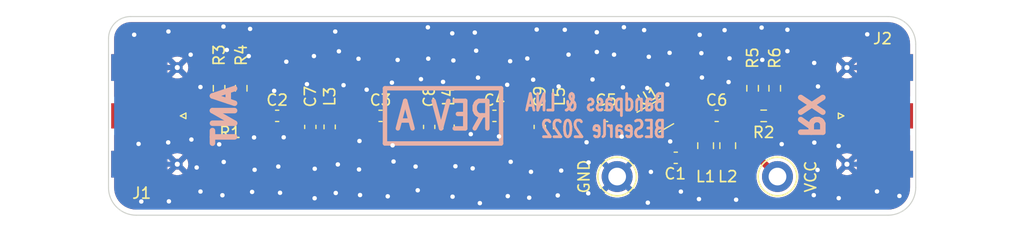
<source format=kicad_pcb>
(kicad_pcb (version 20211014) (generator pcbnew)
  (layers (0 "F.Cu" signal) (1 "In1.Cu" signal) (2 "In2.Cu" signal) (31 "B.Cu" signal) (34 "B.Paste" user) (35 "F.Paste" user) (36 "B.SilkS" user "B.Silkscreen") (37 "F.SilkS" user "F.Silkscreen") (38 "B.Mask" user) (39 "F.Mask" user) (44 "Edge.Cuts" user))
  (net 0 "")
  (net 1 "GND")
  (net 2 "/VCC")
  (net 3 "/RF-IN")
  (net 4 "/LC1")
  (net 5 "/LC2")
  (net 6 "/LC3")
  (net 7 "/LNA-IN")
  (net 8 "/LNA-OUT")
  (net 9 "/RF-OUT")
  (net 10 "Net-(C2-Pad1)")
  (net 11 "Net-(C6-Pad2)")
  (footprint "Connector_Coaxial:SMA_Molex_73251-1153_EdgeMount_Horizontal" (layer "F.Cu") (at 169.5 83 180)
    (fp_text reference "J2" (at -1.5 7) (layer "F.SilkS"))
    (fp_text value "RX")
    (fp_line (start 2 0) (end 2.5 -0.25) (layer "F.SilkS") (width 0.12))
    (fp_line (start 2.5 -0.25) (end 2.5 0.25) (layer "F.SilkS") (width 0.12))
    (fp_line (start 2.5 0.25) (end 2 0) (layer "F.SilkS") (width 0.12))
    (pad "1" smd rect (at -1.72 0 180) (size 5.08 2.29) (layers "F.Cu" "F.Paste" "F.Mask") (net 9 "/RF-OUT"))
    (pad "2" thru_hole circle (at 1.72 -4.38 180) (size 0.97 0.97) (drill 0.46) (layers *.Cu) (net 1 "GND"))
    (pad "2" smd rect (at 1.27 -4.38 180) (size 0.95 0.46) (layers "F.Cu") (net 1 "GND"))
    (pad "2" smd rect (at -1.72 4.38 180) (size 5.08 2.42) (layers "F.Cu" "F.Paste" "F.Mask") (net 1 "GND"))
    (pad "2" smd rect (at 1.27 -4.38 180) (size 0.95 0.46) (layers "B.Cu") (net 1 "GND"))
    (pad "2" smd rect (at -1.72 4.38 180) (size 5.08 2.42) (layers "B.Cu" "B.Paste" "B.Mask") (net 1 "GND"))
    (pad "2" smd rect (at -1.72 -4.38 180) (size 5.08 2.42) (layers "B.Cu" "B.Paste" "B.Mask") (net 1 "GND"))
    (pad "2" thru_hole circle (at 1.72 4.38 180) (size 0.97 0.97) (drill 0.46) (layers *.Cu) (net 1 "GND"))
    (pad "2" smd rect (at -1.72 -4.38 180) (size 5.08 2.42) (layers "F.Cu" "F.Paste" "F.Mask") (net 1 "GND"))
    (pad "2" smd rect (at 1.27 4.38 180) (size 0.95 0.46) (layers "F.Cu") (net 1 "GND"))
    (pad "2" smd rect (at 1.27 4.38 180) (size 0.95 0.46) (layers "B.Cu") (net 1 "GND"))
  )
  (footprint "Capacitor_SMD:C_0603_1608Metric_Pad1.08x0.95mm_HandSolder" (layer "F.Cu") (at 146 83)
    (fp_text reference "C5" (at 0 -1.43) (layer "F.SilkS"))
    (fp_text value "6p2")
    (fp_line (start -0.146267 0.51) (end 0.146267 0.51) (layer "F.SilkS") (width 0.12))
    (fp_line (start -0.146267 -0.51) (end 0.146267 -0.51) (layer "F.SilkS") (width 0.12))
    (pad "1" smd roundrect (at -0.8625 0) (size 1.075 0.95) (layers "F.Cu" "F.Paste" "F.Mask") (net 6 "/LC3"))
    (pad "2" smd roundrect (at 0.8625 0) (size 1.075 0.95) (layers "F.Cu" "F.Paste" "F.Mask") (net 7 "/LNA-IN"))
  )
  (footprint "TestPoint:TestPoint_Keystone_5005-5009_Compact" (layer "F.Cu") (at 161.5 88.5)
    (fp_text reference "TP1")
    (fp_text value "VCC" (at 3 0 90) (layer "F.SilkS"))
    (fp_circle (center 0 0) (end 1.75 0) (layer "F.SilkS") (width 0.15) (fill none))
    (pad "1" thru_hole circle (at 0 0) (size 2.8 2.8) (drill 1.6) (layers *.Cu *.Mask) (net 2 "/VCC"))
  )
  (footprint "Capacitor_SMD:C_0603_1608Metric_Pad1.08x0.95mm_HandSolder" (layer "F.Cu") (at 119.25 84 90)
    (fp_text reference "C7" (at 2.75 0 90) (layer "F.SilkS"))
    (fp_text value "13p")
    (fp_line (start -0.146267 -0.51) (end 0.146267 -0.51) (layer "F.SilkS") (width 0.12))
    (fp_line (start -0.146267 0.51) (end 0.146267 0.51) (layer "F.SilkS") (width 0.12))
    (pad "1" smd roundrect (at -0.8625 0 90) (size 1.075 0.95) (layers "F.Cu" "F.Paste" "F.Mask") (net 1 "GND"))
    (pad "2" smd roundrect (at 0.8625 0 90) (size 1.075 0.95) (layers "F.Cu" "F.Paste" "F.Mask") (net 4 "/LC1"))
  )
  (footprint "Capacitor_SMD:C_0603_1608Metric_Pad1.08x0.95mm_HandSolder" (layer "F.Cu") (at 130 84 90)
    (fp_text reference "C8" (at 2.75 0 90) (layer "F.SilkS"))
    (fp_text value "18p")
    (fp_line (start -0.146267 0.51) (end 0.146267 0.51) (layer "F.SilkS") (width 0.12))
    (fp_line (start -0.146267 -0.51) (end 0.146267 -0.51) (layer "F.SilkS") (width 0.12))
    (pad "1" smd roundrect (at -0.8625 0 90) (size 1.075 0.95) (layers "F.Cu" "F.Paste" "F.Mask") (net 1 "GND"))
    (pad "2" smd roundrect (at 0.8625 0 90) (size 1.075 0.95) (layers "F.Cu" "F.Paste" "F.Mask") (net 5 "/LC2"))
  )
  (footprint "Inductor_SMD:L_0603_1608Metric_Pad1.05x0.95mm_HandSolder" (layer "F.Cu") (at 141.75 84 -90)
    (fp_text reference "L5" (at -2.75 0 90) (layer "F.SilkS"))
    (fp_text value "68n")
    (fp_line (start -0.171267 0.51) (end 0.171267 0.51) (layer "F.SilkS") (width 0.12))
    (fp_line (start -0.171267 -0.51) (end 0.171267 -0.51) (layer "F.SilkS") (width 0.12))
    (pad "1" smd roundrect (at -0.875 0 270) (size 1.05 0.95) (layers "F.Cu" "F.Paste" "F.Mask") (net 6 "/LC3"))
    (pad "2" smd roundrect (at 0.875 0 270) (size 1.05 0.95) (layers "F.Cu" "F.Paste" "F.Mask") (net 1 "GND"))
  )
  (footprint "Resistor_SMD:R_0603_1608Metric_Pad0.98x0.95mm_HandSolder" (layer "F.Cu") (at 113 80.5 -90)
    (fp_text reference "R4" (at -3 0 90) (layer "F.SilkS"))
    (fp_text value "NF")
    (fp_line (start -0.254724 0.5225) (end 0.254724 0.5225) (layer "F.SilkS") (width 0.12))
    (fp_line (start -0.254724 -0.5225) (end 0.254724 -0.5225) (layer "F.SilkS") (width 0.12))
    (pad "1" smd roundrect (at -0.9125 0 270) (size 0.975 0.95) (layers "F.Cu" "F.Paste" "F.Mask") (net 1 "GND"))
    (pad "2" smd roundrect (at 0.9125 0 270) (size 0.975 0.95) (layers "F.Cu" "F.Paste" "F.Mask") (net 10 "Net-(C2-Pad1)"))
  )
  (footprint "Capacitor_SMD:C_0603_1608Metric_Pad1.08x0.95mm_HandSolder" (layer "F.Cu") (at 135.9 83)
    (fp_text reference "C4" (at 0 -1.43) (layer "F.SilkS"))
    (fp_text value "1p")
    (fp_line (start -0.146267 0.51) (end 0.146267 0.51) (layer "F.SilkS") (width 0.12))
    (fp_line (start -0.146267 -0.51) (end 0.146267 -0.51) (layer "F.SilkS") (width 0.12))
    (pad "1" smd roundrect (at -0.8625 0) (size 1.075 0.95) (layers "F.Cu" "F.Paste" "F.Mask") (net 5 "/LC2"))
    (pad "2" smd roundrect (at 0.8625 0) (size 1.075 0.95) (layers "F.Cu" "F.Paste" "F.Mask") (net 6 "/LC3"))
  )
  (footprint "Capacitor_SMD:C_0603_1608Metric_Pad1.08x0.95mm_HandSolder" (layer "F.Cu") (at 116.25 83)
    (fp_text reference "C2" (at 0 -1.43) (layer "F.SilkS"))
    (fp_text value "6p2")
    (fp_line (start -0.146267 0.51) (end 0.146267 0.51) (layer "F.SilkS") (width 0.12))
    (fp_line (start -0.146267 -0.51) (end 0.146267 -0.51) (layer "F.SilkS") (width 0.12))
    (pad "1" smd roundrect (at -0.8625 0) (size 1.075 0.95) (layers "F.Cu" "F.Paste" "F.Mask") (net 10 "Net-(C2-Pad1)"))
    (pad "2" smd roundrect (at 0.8625 0) (size 1.075 0.95) (layers "F.Cu" "F.Paste" "F.Mask") (net 4 "/LC1"))
  )
  (footprint "Capacitor_SMD:C_0603_1608Metric_Pad1.08x0.95mm_HandSolder" (layer "F.Cu") (at 156 83)
    (fp_text reference "C6" (at 0 -1.43) (layer "F.SilkS"))
    (fp_text value "10n")
    (fp_line (start -0.146267 -0.51) (end 0.146267 -0.51) (layer "F.SilkS") (width 0.12))
    (fp_line (start -0.146267 0.51) (end 0.146267 0.51) (layer "F.SilkS") (width 0.12))
    (pad "1" smd roundrect (at -0.8625 0) (size 1.075 0.95) (layers "F.Cu" "F.Paste" "F.Mask") (net 8 "/LNA-OUT"))
    (pad "2" smd roundrect (at 0.8625 0) (size 1.075 0.95) (layers "F.Cu" "F.Paste" "F.Mask") (net 11 "Net-(C6-Pad2)"))
  )
  (footprint "Inductor_SMD:L_0603_1608Metric_Pad1.05x0.95mm_HandSolder" (layer "F.Cu") (at 131.75 84 -90)
    (fp_text reference "L4" (at -2.75 0 90) (layer "F.SilkS"))
    (fp_text value "68n")
    (fp_line (start -0.171267 -0.51) (end 0.171267 -0.51) (layer "F.SilkS") (width 0.12))
    (fp_line (start -0.171267 0.51) (end 0.171267 0.51) (layer "F.SilkS") (width 0.12))
    (pad "1" smd roundrect (at -0.875 0 270) (size 1.05 0.95) (layers "F.Cu" "F.Paste" "F.Mask") (net 5 "/LC2"))
    (pad "2" smd roundrect (at 0.875 0 270) (size 1.05 0.95) (layers "F.Cu" "F.Paste" "F.Mask") (net 1 "GND"))
  )
  (footprint "Inductor_SMD:L_0805_2012Metric_Pad1.15x1.40mm_HandSolder" (layer "F.Cu") (at 155 85.7 90)
    (fp_text reference "L1" (at -2.8 0 180) (layer "F.SilkS"))
    (fp_text value "47u")
    (fp_line (start -0.261252 0.71) (end 0.261252 0.71) (layer "F.SilkS") (width 0.12))
    (fp_line (start -0.261252 -0.71) (end 0.261252 -0.71) (layer "F.SilkS") (width 0.12))
    (pad "1" smd roundrect (at -1.025 0 90) (size 1.15 1.4) (layers "F.Cu" "F.Paste" "F.Mask") (roundrect_rratio 0.217391) (net 2 "/VCC"))
    (pad "2" smd roundrect (at 1.025 0 90) (size 1.15 1.4) (layers "F.Cu" "F.Paste" "F.Mask") (roundrect_rratio 0.217391) (net 8 "/LNA-OUT"))
  )
  (footprint "Inductor_SMD:L_0805_2012Metric_Pad1.15x1.40mm_HandSolder" (layer "F.Cu") (at 157 85.7 90)
    (fp_text reference "L2" (at -2.8 0 180) (layer "F.SilkS"))
    (fp_text value "47u")
    (fp_line (start -0.261252 -0.71) (end 0.261252 -0.71) (layer "F.SilkS") (width 0.12))
    (fp_line (start -0.261252 0.71) (end 0.261252 0.71) (layer "F.SilkS") (width 0.12))
    (pad "1" smd roundrect (at -1.025 0 90) (size 1.15 1.4) (layers "F.Cu" "F.Paste" "F.Mask") (roundrect_rratio 0.217391) (net 2 "/VCC"))
    (pad "2" smd roundrect (at 1.025 0 90) (size 1.15 1.4) (layers "F.Cu" "F.Paste" "F.Mask") (roundrect_rratio 0.217391) (net 11 "Net-(C6-Pad2)"))
  )
  (footprint "Resistor_SMD:R_0603_1608Metric_Pad0.98x0.95mm_HandSolder" (layer "F.Cu") (at 111 80.5 -90)
    (fp_text reference "R3" (at -3 0 90) (layer "F.SilkS"))
    (fp_text value "NF")
    (fp_line (start -0.254724 -0.5225) (end 0.254724 -0.5225) (layer "F.SilkS") (width 0.12))
    (fp_line (start -0.254724 0.5225) (end 0.254724 0.5225) (layer "F.SilkS") (width 0.12))
    (pad "1" smd roundrect (at -0.9125 0 270) (size 0.975 0.95) (layers "F.Cu" "F.Paste" "F.Mask") (net 1 "GND"))
    (pad "2" smd roundrect (at 0.9125 0 270) (size 0.975 0.95) (layers "F.Cu" "F.Paste" "F.Mask") (net 3 "/RF-IN"))
  )
  (footprint "Capacitor_SMD:C_0603_1608Metric_Pad1.08x0.95mm_HandSolder" (layer "F.Cu") (at 125.6 83)
    (fp_text reference "C3" (at 0 -1.43) (layer "F.SilkS"))
    (fp_text value "1p")
    (fp_line (start -0.146267 -0.51) (end 0.146267 -0.51) (layer "F.SilkS") (width 0.12))
    (fp_line (start -0.146267 0.51) (end 0.146267 0.51) (layer "F.SilkS") (width 0.12))
    (pad "1" smd roundrect (at -0.8625 0) (size 1.075 0.95) (layers "F.Cu" "F.Paste" "F.Mask") (net 4 "/LC1"))
    (pad "2" smd roundrect (at 0.8625 0) (size 1.075 0.95) (layers "F.Cu" "F.Paste" "F.Mask") (net 5 "/LC2"))
  )
  (footprint "Resistor_SMD:R_0603_1608Metric_Pad0.98x0.95mm_HandSolder" (layer "F.Cu") (at 159.25 80.5 -90)
    (fp_text reference "R5" (at -2.75 0 90) (layer "F.SilkS"))
    (fp_text value "NF")
    (fp_line (start -0.254724 -0.5225) (end 0.254724 -0.5225) (layer "F.SilkS") (width 0.12))
    (fp_line (start -0.254724 0.5225) (end 0.254724 0.5225) (layer "F.SilkS") (width 0.12))
    (pad "1" smd roundrect (at -0.9125 0 270) (size 0.975 0.95) (layers "F.Cu" "F.Paste" "F.Mask") (net 1 "GND"))
    (pad "2" smd roundrect (at 0.9125 0 270) (size 0.975 0.95) (layers "F.Cu" "F.Paste" "F.Mask") (net 11 "Net-(C6-Pad2)"))
  )
  (footprint "Capacitor_SMD:C_0603_1608Metric_Pad1.08x0.95mm_HandSolder" (layer "F.Cu") (at 152.3 86.8)
    (fp_text reference "C1" (at -0.05 1.45) (layer "F.SilkS"))
    (fp_text value "100n")
    (fp_line (start -0.146267 0.51) (end 0.146267 0.51) (layer "F.SilkS") (width 0.12))
    (fp_line (start -0.146267 -0.51) (end 0.146267 -0.51) (layer "F.SilkS") (width 0.12))
    (pad "1" smd roundrect (at -0.8625 0) (size 1.075 0.95) (layers "F.Cu" "F.Paste" "F.Mask") (net 1 "GND"))
    (pad "2" smd roundrect (at 0.8625 0) (size 1.075 0.95) (layers "F.Cu" "F.Paste" "F.Mask") (net 2 "/VCC"))
  )
  (footprint "Connector_Coaxial:SMA_Molex_73251-1153_EdgeMount_Horizontal" (layer "F.Cu") (at 105.5 83)
    (fp_text reference "J1" (at -1.5 7) (layer "F.SilkS"))
    (fp_text value "ANT")
    (fp_line (start 2.5 0.25) (end 2 0) (layer "F.SilkS") (width 0.12))
    (fp_line (start 2 0) (end 2.5 -0.25) (layer "F.SilkS") (width 0.12))
    (fp_line (start 2.5 -0.25) (end 2.5 0.25) (layer "F.SilkS") (width 0.12))
    (pad "1" smd rect (at -1.72 0) (size 5.08 2.29) (layers "F.Cu" "F.Paste" "F.Mask") (net 3 "/RF-IN"))
    (pad "2" smd rect (at -1.72 4.38) (size 5.08 2.42) (layers "F.Cu" "F.Paste" "F.Mask") (net 1 "GND"))
    (pad "2" smd rect (at 1.27 -4.38) (size 0.95 0.46) (layers "F.Cu") (net 1 "GND"))
    (pad "2" thru_hole circle (at 1.72 -4.38) (size 0.97 0.97) (drill 0.46) (layers *.Cu) (net 1 "GND"))
    (pad "2" smd rect (at -1.72 4.38) (size 5.08 2.42) (layers "B.Cu" "B.Paste" "B.Mask") (net 1 "GND"))
    (pad "2" smd rect (at -1.72 -4.38) (size 5.08 2.42) (layers "F.Cu" "F.Paste" "F.Mask") (net 1 "GND"))
    (pad "2" smd rect (at 1.27 -4.38) (size 0.95 0.46) (layers "B.Cu") (net 1 "GND"))
    (pad "2" smd rect (at 1.27 4.38) (size 0.95 0.46) (layers "B.Cu") (net 1 "GND"))
    (pad "2" smd rect (at 1.27 4.38) (size 0.95 0.46) (layers "F.Cu") (net 1 "GND"))
    (pad "2" thru_hole circle (at 1.72 4.38) (size 0.97 0.97) (drill 0.46) (layers *.Cu) (net 1 "GND"))
    (pad "2" smd rect (at -1.72 -4.38) (size 5.08 2.42) (layers "B.Cu" "B.Paste" "B.Mask") (net 1 "GND"))
  )
  (footprint "Resistor_SMD:R_0603_1608Metric_Pad0.98x0.95mm_HandSolder" (layer "F.Cu") (at 161.25 80.5 -90)
    (fp_text reference "R6" (at -2.75 0 90) (layer "F.SilkS"))
    (fp_text value "NF")
    (fp_line (start -0.254724 -0.5225) (end 0.254724 -0.5225) (layer "F.SilkS") (width 0.12))
    (fp_line (start -0.254724 0.5225) (end 0.254724 0.5225) (layer "F.SilkS") (width 0.12))
    (pad "1" smd roundrect (at -0.9125 0 270) (size 0.975 0.95) (layers "F.Cu" "F.Paste" "F.Mask") (net 1 "GND"))
    (pad "2" smd roundrect (at 0.9125 0 270) (size 0.975 0.95) (layers "F.Cu" "F.Paste" "F.Mask") (net 9 "/RF-OUT"))
  )
  (footprint "PersonalDiscretes:Mini-Circuits_MMM1362" (layer "F.Cu") (at 150.97 83.27 30)
    (fp_text reference "U1" (at 0.0254 -2.35 30) (layer "F.SilkS"))
    (fp_text value "PSA4-5043+")
    (fp_line (start 0.88825 -1.6) (end -1.58825 -1.6) (layer "F.SilkS") (width 0.12))
    (fp_line (start 0.762 0.95) (end -0.762 0.95) (layer "F.SilkS") (width 0.12))
    (pad "1" smd rect (at -1.0922 -0.9525 120) (size 0.5 0.95) (layers "F.Cu" "F.Paste" "F.Mask") (net 7 "/LNA-IN"))
    (pad "2" smd rect (at -1.1 0.1975 120) (size 0.8 0.95) (layers "F.Cu" "F.Paste" "F.Mask") (net 1 "GND"))
    (pad "3" smd rect (at 1.1176 0.3475 120) (size 0.5 0.95) (layers "F.Cu" "F.Paste" "F.Mask") (net 8 "/LNA-OUT"))
    (pad "4" smd rect (at 1.1078 -0.9525 120) (size 0.5 0.95) (layers "F.Cu" "F.Paste" "F.Mask") (net 1 "GND"))
  )
  (footprint "Inductor_SMD:L_0603_1608Metric_Pad1.05x0.95mm_HandSolder" (layer "F.Cu") (at 121 84 -90)
    (fp_text reference "L3" (at -2.75 0 90) (layer "F.SilkS"))
    (fp_text value "68n")
    (fp_line (start -0.171267 0.51) (end 0.171267 0.51) (layer "F.SilkS") (width 0.12))
    (fp_line (start -0.171267 -0.51) (end 0.171267 -0.51) (layer "F.SilkS") (width 0.12))
    (pad "1" smd roundrect (at -0.875 0 270) (size 1.05 0.95) (layers "F.Cu" "F.Paste" "F.Mask") (net 4 "/LC1"))
    (pad "2" smd roundrect (at 0.875 0 270) (size 1.05 0.95) (layers "F.Cu" "F.Paste" "F.Mask") (net 1 "GND"))
  )
  (footprint "Capacitor_SMD:C_0603_1608Metric_Pad1.08x0.95mm_HandSolder" (layer "F.Cu") (at 140 84 90)
    (fp_text reference "C9" (at 2.75 0 90) (layer "F.SilkS"))
    (fp_text value "13p")
    (fp_line (start -0.146267 0.51) (end 0.146267 0.51) (layer "F.SilkS") (width 0.12))
    (fp_line (start -0.146267 -0.51) (end 0.146267 -0.51) (layer "F.SilkS") (width 0.12))
    (pad "1" smd roundrect (at -0.8625 0 90) (size 1.075 0.95) (layers "F.Cu" "F.Paste" "F.Mask") (net 1 "GND"))
    (pad "2" smd roundrect (at 0.8625 0 90) (size 1.075 0.95) (layers "F.Cu" "F.Paste" "F.Mask") (net 6 "/LC3"))
  )
  (footprint "Resistor_SMD:R_0603_1608Metric_Pad0.98x0.95mm_HandSolder" (layer "F.Cu") (at 112 83)
    (fp_text reference "R1" (at 0 1.5) (layer "F.SilkS"))
    (fp_text value "0R")
    (fp_line (start -0.254724 -0.5225) (end 0.254724 -0.5225) (layer "F.SilkS") (width 0.12))
    (fp_line (start -0.254724 0.5225) (end 0.254724 0.5225) (layer "F.SilkS") (width 0.12))
    (pad "1" smd roundrect (at -0.9125 0) (size 0.975 0.95) (layers "F.Cu" "F.Paste" "F.Mask") (net 3 "/RF-IN"))
    (pad "2" smd roundrect (at 0.9125 0) (size 0.975 0.95) (layers "F.Cu" "F.Paste" "F.Mask") (net 10 "Net-(C2-Pad1)"))
  )
  (footprint "TestPoint:TestPoint_Keystone_5005-5009_Compact" (layer "F.Cu") (at 147 88.5)
    (fp_text reference "TP2")
    (fp_text value "GND" (at -3 0 90) (layer "F.SilkS"))
    (fp_circle (center 0 0) (end 1.75 0) (layer "F.SilkS") (width 0.15) (fill none))
    (pad "1" thru_hole circle (at 0 0) (size 2.8 2.8) (drill 1.6) (layers *.Cu *.Mask) (net 1 "GND"))
  )
  (footprint "Resistor_SMD:R_0603_1608Metric_Pad0.98x0.95mm_HandSolder" (layer "F.Cu") (at 160.25 83)
    (fp_text reference "R2" (at 0 1.5) (layer "F.SilkS"))
    (fp_text value "0R")
    (fp_line (start -0.254724 0.5225) (end 0.254724 0.5225) (layer "F.SilkS") (width 0.12))
    (fp_line (start -0.254724 -0.5225) (end 0.254724 -0.5225) (layer "F.SilkS") (width 0.12))
    (pad "1" smd roundrect (at -0.9125 0) (size 0.975 0.95) (layers "F.Cu" "F.Paste" "F.Mask") (net 11 "Net-(C6-Pad2)"))
    (pad "2" smd roundrect (at 0.9125 0) (size 0.975 0.95) (layers "F.Cu" "F.Paste" "F.Mask") (net 9 "/RF-OUT"))
  )
  (gr_line (start 126 80.5) (end 126 85.5) (layer "B.SilkS") (width 0.4))
  (gr_line (start 126 85.5) (end 136.5 85.5) (layer "B.SilkS") (width 0.4))
  (gr_line (start 136.5 85.5) (end 136.5 80.5) (layer "B.SilkS") (width 0.4))
  (gr_line (start 136.5 80.5) (end 126 80.5) (layer "B.SilkS") (width 0.4))
  (gr_arc (start 103.5 92) (mid 101.732233 91.267767) (end 101 89.5) (layer "Edge.Cuts") (width 0.1))
  (gr_arc (start 171.5 74) (mid 173.267767 74.732233) (end 174 76.5) (layer "Edge.Cuts") (width 0.1))
  (gr_arc (start 101 76) (mid 101.585786 74.585786) (end 103 74) (layer "Edge.Cuts") (width 0.1))
  (gr_line (start 171.5 74) (end 103 74) (layer "Edge.Cuts") (width 0.1))
  (gr_line (start 101 76) (end 101 89.5) (layer "Edge.Cuts") (width 0.1))
  (gr_line (start 103.5 92) (end 171.5 92) (layer "Edge.Cuts") (width 0.1))
  (gr_line (start 174 89.5) (end 174 76.5) (layer "Edge.Cuts") (width 0.1))
  (gr_arc (start 174 89.5) (mid 173.267767 91.267767) (end 171.5 92) (layer "Edge.Cuts") (width 0.1))
  (gr_text "REV A" (at 136 83) (layer "B.SilkS") (effects (font (size 2.5 2) (thickness 0.4)) (justify left mirror)))
  (gr_text "Bandpass & LNA\nBESearle 2022" (at 151.5 83) (layer "B.SilkS") (effects (font (size 1.5 1) (thickness 0.25)) (justify left mirror)))
  (gr_text "ANT" (at 111.5 83 90) (layer "B.SilkS") (effects (font (size 2 2) (thickness 0.5)) (justify mirror)))
  (gr_text "RX" (at 164.5 83 270) (layer "B.SilkS") (effects (font (size 2 2) (thickness 0.5)) (justify mirror)))
  (via (at 151.79682 85.31809) (size 0.8) (drill 0.4) (layers "F.Cu" "B.Cu") (net 1))
  (via (at 111.299105 90.192741) (size 0.8) (drill 0.4) (layers "F.Cu" "B.Cu") (net 1))
  (via (at 144.383331 90.01672) (size 0.8) (drill 0.4) (layers "F.Cu" "B.Cu") (net 1))
  (via (at 136.31403 84.861706) (size 0.8) (drill 0.4) (layers "F.Cu" "B.Cu") (net 1))
  (via (at 167.037063 90.456673) (size 0.8) (drill 0.4) (layers "F.Cu" "B.Cu") (net 1))
  (via (at 154.397007 90.542567) (size 0.8) (drill 0.4) (layers "F.Cu" "B.Cu") (net 1))
  (via (at 106.460908 90.745718) (size 0.8) (drill 0.4) (layers "F.Cu" "B.Cu") (net 1))
  (via (at 141.710299 80.338065) (size 0.8) (drill 0.4) (layers "F.Cu" "B.Cu") (net 1))
  (via (at 167.029264 85.723731) (size 0.8) (drill 0.4) (layers "F.Cu" "B.Cu") (net 1))
  (via (at 118.942344 80.128365) (size 0.8) (drill 0.4) (layers "F.Cu" "B.Cu") (net 1))
  (via (at 157.75768 90.59968) (size 0.8) (drill 0.4) (layers "F.Cu" "B.Cu") (net 1))
  (via (at 149.439769 75.227971) (size 0.8) (drill 0.4) (layers "F.Cu" "B.Cu") (net 1))
  (via (at 124.345688 80.628755) (size 0.8) (drill 0.4) (layers "F.Cu" "B.Cu") (net 1))
  (via (at 162.396208 75.195719) (size 0.8) (drill 0.4) (layers "F.Cu" "B.Cu") (net 1))
  (via (at 144.411644 87.221953) (size 0.8) (drill 0.4) (layers "F.Cu" "B.Cu") (net 1))
  (via (at 152.762348 89.864068) (size 0.8) (drill 0.4) (layers "F.Cu" "B.Cu") (net 1))
  (via (at 137.322417 78.045898) (size 0.8) (drill 0.4) (layers "F.Cu" "B.Cu") (net 1))
  (via (at 141.938102 87.959195) (size 0.8) (drill 0.4) (layers "F.Cu" "B.Cu") (net 1))
  (via (at 164.819604 78.201468) (size 0.8) (drill 0.4) (layers "F.Cu" "B.Cu") (net 1))
  (via (at 108.494064 85.14493) (size 0.8) (drill 0.4) (layers "F.Cu" "B.Cu") (net 1))
  (via (at 142.602732 77.451407) (size 0.8) (drill 0.4) (layers "F.Cu" "B.Cu") (net 1))
  (via (at 116.511568 89.969929) (size 0.8) (drill 0.4) (layers "F.Cu" "B.Cu") (net 1))
  (via (at 134.124454 75.45184) (size 0.8) (drill 0.4) (layers "F.Cu" "B.Cu") (net 1))
  (via (at 145.159676 77.21008) (size 0.8) (drill 0.4) (layers "F.Cu" "B.Cu") (net 1))
  (via (at 157.162114 77.789122) (size 0.8) (drill 0.4) (layers "F.Cu" "B.Cu") (net 1))
  (via (at 149.862039 77.647675) (size 0.8) (drill 0.4) (layers "F.Cu" "B.Cu") (net 1))
  (via (at 147.411014 84.880919) (size 0.8) (drill 0.4) (layers "F.Cu" "B.Cu") (net 1))
  (via (at 129.91493 77.817227) (size 0.8) (drill 0.4) (layers "F.Cu" "B.Cu") (net 1))
  (via (at 132.08506 75.521801) (size 0.8) (drill 0.4) (layers "F.Cu" "B.Cu") (net 1))
  (via (at 116.842499 84.942387) (size 0.8) (drill 0.4) (layers "F.Cu" "B.Cu") (net 1))
  (via (at 114.161124 84.956648) (size 0.8) (drill 0.4) (layers "F.Cu" "B.Cu") (net 1))
  (via (at 119.648537 87.79216) (size 0.8) (drill 0.4) (layers "F.Cu" "B.Cu") (net 1))
  (via (at 123.747776 90.174695) (size 0.8) (drill 0.4) (layers "F.Cu" "B.Cu") (net 1))
  (via (at 160.124842 77.926317) (size 0.8) (drill 0.4) (layers "F.Cu" "B.Cu") (net 1))
  (via (at 113.985012 89.890106) (size 0.8) (drill 0.4) (layers "F.Cu" "B.Cu") (net 1))
  (via (at 119.576514 77.581977) (size 0.8) (drill 0.4) (layers "F.Cu" "B.Cu") (net 1))
  (via (at 108.972489 87.679293) (size 0.8) (drill 0.4) (layers "F.Cu" "B.Cu") (net 1))
  (via (at 106.395087 85.405709) (size 0.8) (drill 0.4) (layers "F.Cu" "B.Cu") (net 1))
  (via (at 134.415055 79.536254) (size 0.8) (drill 0.4) (layers "F.Cu" "B.Cu") (net 1))
  (via (at 103.718621 85.540126) (size 0.8) (drill 0.4) (layers "F.Cu" "B.Cu") (net 1))
  (via (at 123.654288 87.856367) (size 0.8) (drill 0.4) (layers "F.Cu" "B.Cu") (net 1))
  (via (at 170.497189 89.848076) (size 0.8) (drill 0.4) (layers "F.Cu" "B.Cu") (net 1))
  (via (at 157.0777 79.934876) (size 0.8) (drill 0.4) (layers "F.Cu" "B.Cu") (net 1))
  (via (at 134.581979 90.908261) (size 0.8) (drill 0.4) (layers "F.Cu" "B.Cu") (net 1))
  (via (at 145.156901 75.420789) (size 0.8) (drill 0.4) (layers "F.Cu" "B.Cu") (net 1))
  (via (at 127.147382 77.931713) (size 0.8) (drill 0.4) (layers "F.Cu" "B.Cu") (net 1))
  (via (at 109.316415 89.857017) (size 0.8) (drill 0.4) (layers "F.Cu" "B.Cu") (net 1))
  (via (at 154.667351 79.527626) (size 0.8) (drill 0.4) (layers "F.Cu" "B.Cu") (net 1))
  (via (at 103.963004 90.76143) (size 0.8) (drill 0.4) (layers "F.Cu" "B.Cu") (net 1))
  (via (at 147.610923 74.968322) (size 0.8) (drill 0.4) (layers "F.Cu" "B.Cu") (net 1))
  (via (at 126.629751 79.98887) (size 0.8) (drill 0.4) (layers "F.Cu" "B.Cu") (net 1))
  (via (at 162.396358 77.136175) (size 0.8) (drill 0.4) (layers "F.Cu" "B.Cu") (net 1))
  (via (at 144.772621 79.701974) (size 0.8) (drill 0.4) (layers "F.Cu" "B.Cu") (net 1))
  (via (at 137.107774 90.272985) (size 0.8) (drill 0.4) (layers "F.Cu" "B.Cu") (net 1))
  (via (at 111.00895 85.578374) (size 0.8) (drill 0.4) (layers "F.Cu" "B.Cu") (net 1))
  (via (at 109.31296 80.386862) (size 0.8) (drill 0.4) (layers "F.Cu" "B.Cu") (net 1))
  (via (at 126.776695 87.136971) (size 0.8) (drill 0.4) (layers "F.Cu" "B.Cu") (net 1))
  (via (at 138.87173 77.80064) (size 0.8) (drill 0.4) (layers "F.Cu" "B.Cu") (net 1))
  (via (at 139.045646 90.417231) (size 0.8) (drill 0.4) (layers "F.Cu" "B.Cu") (net 1))
  (via (at 121.502547 75.359082) (size 0.8) (drill 0.4) (layers "F.Cu" "B.Cu") (net 1))
  (via (at 149.725847 80.475653) (size 0.8) (drill 0.4) (layers "F.Cu" "B.Cu") (net 1))
  (via (at 164.829461 85.422303) (size 0.8) (drill 0.4) (layers "F.Cu" "B.Cu") (net 1))
  (via (at 134.247845 77.094358) (size 0.8) (drill 0.4) (layers "F.Cu" "B.Cu") (net 1))
  (via (at 156.714542 75.232336) (size 0.8) (drill 0.4) (layers "F.Cu" "B.Cu") (net 1))
  (via (at 121.738266 87.401027) (size 0.8) (drill 0.4) (layers "F.Cu" "B.Cu") (net 1))
  (via (at 139.205889 88.071586) (size 0.8) (drill 0.4) (layers "F.Cu" "B.Cu") (net 1))
  (via (at 133.761609 84.656144) (size 0.8) (drill 0.4) (layers "F.Cu" "B.Cu") (net 1))
  (via (at 133.931379 87.75856) (size 0.8) (drill 0.4) (layers "F.Cu" "B.Cu") (net 1))
  (via (at 111.395383 74.908553) (size 0.8) (drill 0.4) (layers "F.Cu" "B.Cu") (net 1))
  (via (at 126.690653 85.669871) (size 0.8) (drill 0.4) (layers "F.Cu" "B.Cu") (net 1))
  (via (at 149.772447 90.866366) (size 0.8) (drill 0.4) (layers "F.Cu" "B.Cu") (net 1))
  (via (at 154.463643 75.65666) (size 0.8) (drill 0.4) (layers "F.Cu" "B.Cu") (net 1))
  (via (at 111.698369 77.024543) (size 0.8) (drill 0.4) (layers "F.Cu" "B.Cu") (net 1))
  (via (at 151.741953 77.289176) (size 0.8) (drill 0.4) (layers "F.Cu" "B.Cu") (net 1))
  (via (at 123.694539 85.277773) (size 0.8) (drill 0.4) (layers "F.Cu" "B.Cu") (net 1))
  (via (at 123.607736 77.827216) (size 0.8) (drill 0.4) (layers "F.Cu" "B.Cu") (net 1))
  (via (at 164.78126 90.183949) (size 0.8) (drill 0.4) (layers "F.Cu" "B.Cu") (net 1))
  (via (at 146.717961 77.452137) (size 0.8) (drill 0.4) (layers "F.Cu" "B.Cu") (net 1))
  (via (at 139.722985 75.176709) (size 0.8) (drill 0.4) (layers "F.Cu" "B.Cu") (net 1))
  (via (at 151.541274 80.153855) (size 0.8) (drill 0.4) (layers "F.Cu" "B.Cu") (net 1))
  (via (at 132.371819 87.565716) (size 0.8) (drill 0.4) (layers "F.Cu" "B.Cu") (net 1))
  (via (at 137.054273 80.183152) (size 0.8) (drill 0.4) (layers "F.Cu" "B.Cu") (net 1))
  (via (at 108.427719 77.455965) (size 0.8) (drill 0.4) (layers "F.Cu" "B.Cu") (net 1))
  (via (at 122.254693 80.21893) (size 0.8) (drill 0.4) (layers "F.Cu" "B.Cu") (net 1))
  (via (at 141.628001 90.210069) (size 0.8) (drill 0.4) (layers "F.Cu" "B.Cu") (net 1))
  (via (at 113.68135 77.584132) (size 0.8) (drill 0.4) (layers "F.Cu" "B.Cu") (net 1))
  (via (at 115.979642 80.733278) (size 0.8) (drill 0.4) (layers "F.Cu" "B.Cu") (net 1))
  (via (at 129.881983 74.976594) (size 0.8) (drill 0.4) (layers "F.Cu" "B.Cu") (net 1))
  (via (at 116.353175 87.594056) (size 0.8) (drill 0.4) (layers "F.Cu" "B.Cu") (net 1))
  (via (at 165.162019 80.337228) (size 0.8) (drill 0.4) (layers "F.Cu" "B.Cu") (net 1))
  (via (at 132.11444 90.32263) (size 0.8) (drill 0.4) (layers "F.Cu" "B.Cu") (net 1))
  (via (at 161.880161 85.563745) (size 0.8) (drill 0.4) (layers "F.Cu" "B.Cu") (net 1))
  (via (at 106.417223 75.352855) (size 0.8) (drill 0.4) (layers "F.Cu" "B.Cu") (net 1))
  (via (at 119.638502 90.465805) (size 0.8) (drill 0.4) (layers "F.Cu" "B.Cu") (net 1))
  (via (at 169.616594 75.610102) (size 0.8) (drill 0.4) (layers "F.Cu" "B.Cu") (net 1))
  (via (at 147.524211 80.417272) (size 0.8) (drill 0.4) (layers "F.Cu" "B.Cu") (net 1))
  (via (at 131.253309 79.920972) (size 0.8) (drill 0.4) (layers "F.Cu" "B.Cu") (net 1))
  (via (at 111.418916 87.177332) (size 0.8) (drill 0.4) (layers "F.Cu" "B.Cu") (net 1))
  (via (at 137.371616 87.163493) (size 0.8) (drill 0.4) (layers "F.Cu" "B.Cu") (net 1))
  (via (at 117.077549 78.092326) (size 0.8) (drill 0.4) (layers "F.Cu" "B.Cu") (net 1))
  (via (at 128.963964 89.743012) (size 0.8) (drill 0.4) (layers "F.Cu" "B.Cu") (net 1))
  (via (at 114.211071 87.88737) (size 0.8) (drill 0.4) (layers "F.Cu" "B.Cu") (net 1))
  (via (at 165.122605 87.899154) (size 0.8) (drill 0.4) (layers "F.Cu" "B.Cu") (net 1))
  (via (at 129.255283 79.673492) (size 0.8) (drill 0.4) (layers "F.Cu" "B.Cu") (net 1))
  (via (at 126.251453 90.291057) (size 0.8) (drill 0.4) (layers "F.Cu" "B.Cu") (net 1))
  (via (at 160.064019 75.001541) (size 0.8) (drill 0.4) (layers "F.Cu" "B.Cu") (net 1))
  (via (at 139.402935 79.722827) (size 0.8) (drill 0.4) (layers "F.Cu" "B.Cu") (net 1))
  (via (at 144.233445 85.393849) (size 0.8) (drill 0.4) (layers "F.Cu" "B.Cu") (net 1))
  (via (at 128.769482 87.594236) (size 0.8) (drill 0.4) (layers "F.Cu" "B.Cu") (net 1))
  (via (at 113.804127 75.118964) (size 0.8) (drill 0.4) (layers "F.Cu" "B.Cu") (net 1))
  (via (at 142.262468 75.199456) (size 0.8) (drill 0.4) (layers "F.Cu" "B.Cu") (net 1))
  (via (at 150.051375 88.07837) (size 0.8) (drill 0.4) (layers "F.Cu" "B.Cu") (net 1))
  (via (at 172.526435 90.258194) (size 0.8) (drill 0.4) (layers "F.Cu" "B.Cu") (net 1))
  (via (at 154.613881 77.319659) (size 0.8) (drill 0.4) (layers "F.Cu" "B.Cu") (net 1))
  (via (at 103.31921 75.648281) (size 0.8) (drill 0.4) (layers "F.Cu" "B.Cu") (net 1))
  (via (at 121.550119 89.989412) (size 0.8) (drill 0.4) (layers "F.Cu" "B.Cu") (net 1))
  (via (at 121.83499 77.149492) (size 0.8) (drill 0.4) (layers "F.Cu" "B.Cu") (net 1))
  (via (at 132.187402 77.98017) (size 0.8) (drill 0.4) (layers "F.Cu" "B.Cu") (net 1))
  (segment (start 157 86.725) (end 155 86.725) (width 0.6) (layer "F.Cu") (net 2))
  (segment (start 159.725 86.725) (end 157 86.725) (width 0.6) (layer "F.Cu") (net 2))
  (segment (start 153.2375 86.725) (end 153.1625 86.8) (width 0.6) (layer "F.Cu") (net 2))
  (segment (start 155 86.725) (end 153.2375 86.725) (width 0.6) (layer "F.Cu") (net 2))
  (segment (start 161.5 88.5) (end 159.725 86.725) (width 0.6) (layer "F.Cu") (net 2))
  (segment (start 111.0875 83) (end 111.0875 81.5) (width 0.35) (layer "F.Cu") (net 3))
  (segment (start 103.78 83) (end 111.0875 83) (width 0.35) (layer "F.Cu") (net 3))
  (segment (start 111.0875 81.5) (end 111 81.4125) (width 0.35) (layer "F.Cu") (net 3))
  (segment (start 121 83.125) (end 121.125 83) (width 0.35) (layer "F.Cu") (net 4))
  (segment (start 121.125 83) (end 124.7375 83) (width 0.35) (layer "F.Cu") (net 4))
  (segment (start 119.25 83.1375) (end 120.9875 83.1375) (width 0.35) (layer "F.Cu") (net 4))
  (segment (start 119.1125 83) (end 119.25 83.1375) (width 0.35) (layer "F.Cu") (net 4))
  (segment (start 120.9875 83.1375) (end 121 83.125) (width 0.35) (layer "F.Cu") (net 4))
  (segment (start 117.1125 83) (end 119.1125 83) (width 0.35) (layer "F.Cu") (net 4))
  (segment (start 131.7375 83.1375) (end 131.75 83.125) (width 0.35) (layer "F.Cu") (net 5))
  (segment (start 126.4625 83) (end 129.8625 83) (width 0.35) (layer "F.Cu") (net 5))
  (segment (start 131.875 83) (end 135.0375 83) (width 0.35) (layer "F.Cu") (net 5))
  (segment (start 130 83.1375) (end 131.7375 83.1375) (width 0.35) (layer "F.Cu") (net 5))
  (segment (start 131.75 83.125) (end 131.875 83) (width 0.35) (layer "F.Cu") (net 5))
  (segment (start 129.8625 83) (end 130 83.1375) (width 0.35) (layer "F.Cu") (net 5))
  (segment (start 140 83.1375) (end 141.7375 83.1375) (width 0.35) (layer "F.Cu") (net 6))
  (segment (start 141.875 83) (end 145.1375 83) (width 0.35) (layer "F.Cu") (net 6))
  (segment (start 141.7375 83.1375) (end 141.75 83.125) (width 0.35) (layer "F.Cu") (net 6))
  (segment (start 136.7625 83) (end 139.8625 83) (width 0.35) (layer "F.Cu") (net 6))
  (segment (start 139.8625 83) (end 140 83.1375) (width 0.35) (layer "F.Cu") (net 6))
  (segment (start 141.75 83.125) (end 141.875 83) (width 0.35) (layer "F.Cu") (net 6))
  (segment (start 148.008789 82.991211) (end 149.547877 82.991211) (width 0.35) (layer "F.Cu") (net 7))
  (segment (start 148 83) (end 148.008789 82.991211) (width 0.35) (layer "F.Cu") (net 7))
  (segment (start 146.8625 83) (end 148 83) (width 0.35) (layer "F.Cu") (net 7))
  (segment (start 153.737856 83.012144) (end 153.75 83) (width 0.35) (layer "F.Cu") (net 8))
  (segment (start 155 83.1375) (end 155.1375 83) (width 0.35) (layer "F.Cu") (net 8))
  (segment (start 155 84.675) (end 155 83.1375) (width 0.35) (layer "F.Cu") (net 8))
  (segment (start 152.11162 83.012144) (end 153.737856 83.012144) (width 0.35) (layer "F.Cu") (net 8))
  (segment (start 153.75 83) (end 155.1375 83) (width 0.35) (layer "F.Cu") (net 8))
  (segment (start 161.25 82.9125) (end 161.1625 83) (width 0.35) (layer "F.Cu") (net 9))
  (segment (start 161.25 81.4125) (end 161.25 82.9125) (width 0.35) (layer "F.Cu") (net 9))
  (segment (start 161.1625 83) (end 171.22 83) (width 0.35) (layer "F.Cu") (net 9))
  (segment (start 113 82.9125) (end 112.9125 83) (width 0.25) (layer "F.Cu") (net 10))
  (segment (start 113 81.4125) (end 113 82.9125) (width 0.25) (layer "F.Cu") (net 10))
  (segment (start 112.9125 83) (end 115.3875 83) (width 0.35) (layer "F.Cu") (net 10))
  (segment (start 157 84.675) (end 157 83.1375) (width 0.35) (layer "F.Cu") (net 11))
  (segment (start 157 83.1375) (end 156.8625 83) (width 0.35) (layer "F.Cu") (net 11))
  (segment (start 159.25 81.4125) (end 159.25 82.9125) (width 0.35) (layer "F.Cu") (net 11))
  (segment (start 159.25 82.9125) (end 159.3375 83) (width 0.35) (layer "F.Cu") (net 11))
  (segment (start 156.8625 83) (end 159.3375 83) (width 0.35) (layer "F.Cu") (net 11))
  (zone (net 1) (net_name "GND") (layers "F.Cu" "In1.Cu" "In2.Cu" "B.Cu") (connect_pads thru_hole_only (clearance 0.508)) (min_thickness 0.254) (fill yes (thermal_gap 0.508) (thermal_bridge_width 0.508))
    (polygon (pts (xy 175 95) (xy 100.21 95) (xy 100 72.5) (xy 175 72.5)))
  )
)
</source>
